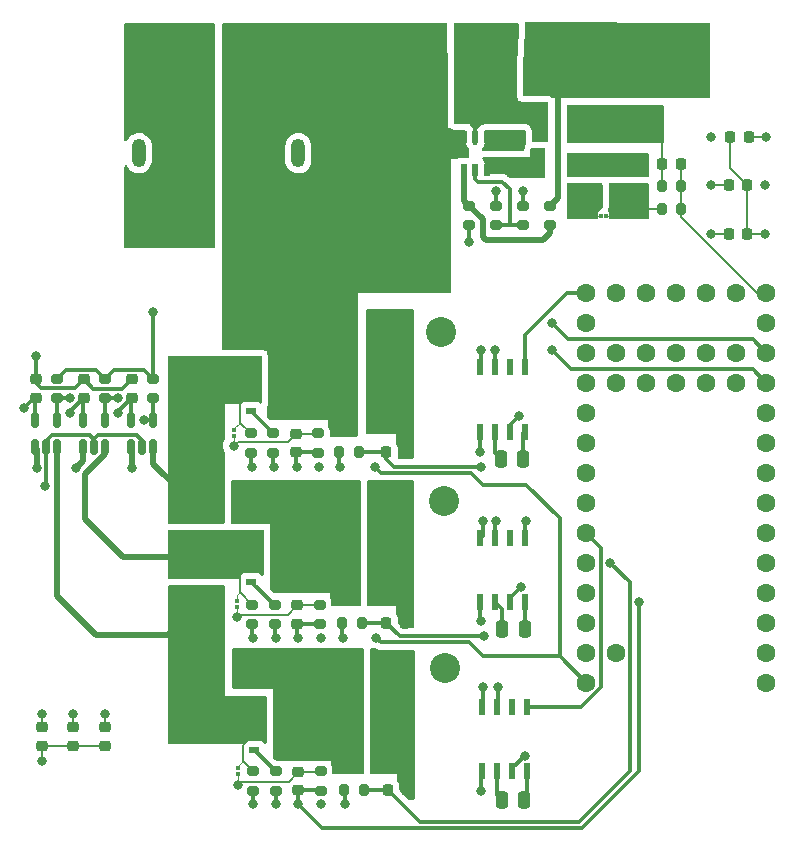
<source format=gbr>
%TF.GenerationSoftware,KiCad,Pcbnew,7.0.9*%
%TF.CreationDate,2023-12-30T21:06:32-05:00*%
%TF.ProjectId,esc,6573632e-6b69-4636-9164-5f7063625858,rev?*%
%TF.SameCoordinates,Original*%
%TF.FileFunction,Copper,L1,Top*%
%TF.FilePolarity,Positive*%
%FSLAX46Y46*%
G04 Gerber Fmt 4.6, Leading zero omitted, Abs format (unit mm)*
G04 Created by KiCad (PCBNEW 7.0.9) date 2023-12-30 21:06:32*
%MOMM*%
%LPD*%
G01*
G04 APERTURE LIST*
G04 Aperture macros list*
%AMRoundRect*
0 Rectangle with rounded corners*
0 $1 Rounding radius*
0 $2 $3 $4 $5 $6 $7 $8 $9 X,Y pos of 4 corners*
0 Add a 4 corners polygon primitive as box body*
4,1,4,$2,$3,$4,$5,$6,$7,$8,$9,$2,$3,0*
0 Add four circle primitives for the rounded corners*
1,1,$1+$1,$2,$3*
1,1,$1+$1,$4,$5*
1,1,$1+$1,$6,$7*
1,1,$1+$1,$8,$9*
0 Add four rect primitives between the rounded corners*
20,1,$1+$1,$2,$3,$4,$5,0*
20,1,$1+$1,$4,$5,$6,$7,0*
20,1,$1+$1,$6,$7,$8,$9,0*
20,1,$1+$1,$8,$9,$2,$3,0*%
G04 Aperture macros list end*
%TA.AperFunction,SMDPad,CuDef*%
%ADD10R,0.533400X1.460500*%
%TD*%
%TA.AperFunction,SMDPad,CuDef*%
%ADD11R,0.558800X1.003300*%
%TD*%
%TA.AperFunction,SMDPad,CuDef*%
%ADD12R,2.514600X3.251200*%
%TD*%
%TA.AperFunction,ComponentPad*%
%ADD13R,2.300000X2.300000*%
%TD*%
%TA.AperFunction,ComponentPad*%
%ADD14C,2.300000*%
%TD*%
%TA.AperFunction,SMDPad,CuDef*%
%ADD15RoundRect,0.218750X0.256250X-0.218750X0.256250X0.218750X-0.256250X0.218750X-0.256250X-0.218750X0*%
%TD*%
%TA.AperFunction,SMDPad,CuDef*%
%ADD16RoundRect,0.218750X0.218750X0.256250X-0.218750X0.256250X-0.218750X-0.256250X0.218750X-0.256250X0*%
%TD*%
%TA.AperFunction,SMDPad,CuDef*%
%ADD17RoundRect,0.218750X-0.218750X-0.256250X0.218750X-0.256250X0.218750X0.256250X-0.218750X0.256250X0*%
%TD*%
%TA.AperFunction,SMDPad,CuDef*%
%ADD18RoundRect,0.150000X0.150000X-0.512500X0.150000X0.512500X-0.150000X0.512500X-0.150000X-0.512500X0*%
%TD*%
%TA.AperFunction,SMDPad,CuDef*%
%ADD19RoundRect,0.250000X-0.325000X-1.100000X0.325000X-1.100000X0.325000X1.100000X-0.325000X1.100000X0*%
%TD*%
%TA.AperFunction,SMDPad,CuDef*%
%ADD20RoundRect,0.200000X-0.200000X-0.275000X0.200000X-0.275000X0.200000X0.275000X-0.200000X0.275000X0*%
%TD*%
%TA.AperFunction,SMDPad,CuDef*%
%ADD21RoundRect,0.225000X-0.225000X-0.250000X0.225000X-0.250000X0.225000X0.250000X-0.225000X0.250000X0*%
%TD*%
%TA.AperFunction,SMDPad,CuDef*%
%ADD22RoundRect,0.200000X-0.275000X0.200000X-0.275000X-0.200000X0.275000X-0.200000X0.275000X0.200000X0*%
%TD*%
%TA.AperFunction,SMDPad,CuDef*%
%ADD23RoundRect,0.225000X0.225000X0.250000X-0.225000X0.250000X-0.225000X-0.250000X0.225000X-0.250000X0*%
%TD*%
%TA.AperFunction,SMDPad,CuDef*%
%ADD24RoundRect,0.225000X-0.250000X0.225000X-0.250000X-0.225000X0.250000X-0.225000X0.250000X0.225000X0*%
%TD*%
%TA.AperFunction,SMDPad,CuDef*%
%ADD25RoundRect,0.250000X-0.250000X-0.475000X0.250000X-0.475000X0.250000X0.475000X-0.250000X0.475000X0*%
%TD*%
%TA.AperFunction,SMDPad,CuDef*%
%ADD26RoundRect,0.075000X-0.075000X0.125000X-0.075000X-0.125000X0.075000X-0.125000X0.075000X0.125000X0*%
%TD*%
%TA.AperFunction,SMDPad,CuDef*%
%ADD27RoundRect,0.250000X-1.100000X0.325000X-1.100000X-0.325000X1.100000X-0.325000X1.100000X0.325000X0*%
%TD*%
%TA.AperFunction,SMDPad,CuDef*%
%ADD28RoundRect,0.200000X0.275000X-0.200000X0.275000X0.200000X-0.275000X0.200000X-0.275000X-0.200000X0*%
%TD*%
%TA.AperFunction,SMDPad,CuDef*%
%ADD29RoundRect,0.075000X0.125000X0.075000X-0.125000X0.075000X-0.125000X-0.075000X0.125000X-0.075000X0*%
%TD*%
%TA.AperFunction,SMDPad,CuDef*%
%ADD30RoundRect,0.200000X0.200000X0.275000X-0.200000X0.275000X-0.200000X-0.275000X0.200000X-0.275000X0*%
%TD*%
%TA.AperFunction,SMDPad,CuDef*%
%ADD31RoundRect,0.250000X-0.475000X0.250000X-0.475000X-0.250000X0.475000X-0.250000X0.475000X0.250000X0*%
%TD*%
%TA.AperFunction,SMDPad,CuDef*%
%ADD32RoundRect,0.225000X0.250000X-0.225000X0.250000X0.225000X-0.250000X0.225000X-0.250000X-0.225000X0*%
%TD*%
%TA.AperFunction,SMDPad,CuDef*%
%ADD33R,0.850000X0.500000*%
%TD*%
%TA.AperFunction,SMDPad,CuDef*%
%ADD34R,4.550000X4.410000*%
%TD*%
%TA.AperFunction,ComponentPad*%
%ADD35R,3.716000X3.716000*%
%TD*%
%TA.AperFunction,ComponentPad*%
%ADD36C,3.716000*%
%TD*%
%TA.AperFunction,ComponentPad*%
%ADD37O,1.200000X2.400000*%
%TD*%
%TA.AperFunction,ComponentPad*%
%ADD38C,1.600000*%
%TD*%
%TA.AperFunction,SMDPad,CuDef*%
%ADD39RoundRect,0.250000X0.475000X-0.250000X0.475000X0.250000X-0.475000X0.250000X-0.475000X-0.250000X0*%
%TD*%
%TA.AperFunction,ViaPad*%
%ADD40C,0.800000*%
%TD*%
%TA.AperFunction,ViaPad*%
%ADD41C,2.540000*%
%TD*%
%TA.AperFunction,Conductor*%
%ADD42C,0.300000*%
%TD*%
%TA.AperFunction,Conductor*%
%ADD43C,0.100000*%
%TD*%
%TA.AperFunction,Conductor*%
%ADD44C,0.200000*%
%TD*%
%TA.AperFunction,Conductor*%
%ADD45C,0.500000*%
%TD*%
G04 APERTURE END LIST*
D10*
%TO.P,U401,1,VDD*%
%TO.N,VCC*%
X80250207Y-95596694D03*
%TO.P,U401,2,HB*%
%TO.N,Net-(U401-HB)*%
X81520207Y-95596694D03*
%TO.P,U401,3,HO*%
%TO.N,Net-(U401-HO)*%
X82790207Y-95596694D03*
%TO.P,U401,4,HS*%
%TO.N,Net-(U401-HS)*%
X84060207Y-95596694D03*
%TO.P,U401,5,PWM*%
%TO.N,PWM_C*%
X84060207Y-90148394D03*
%TO.P,U401,6,NC*%
%TO.N,unconnected-(U401-NC-Pad6)*%
X82790207Y-90148394D03*
%TO.P,U401,7,VSS*%
%TO.N,GND*%
X81520207Y-90148394D03*
%TO.P,U401,8,LO*%
%TO.N,Net-(U401-LO)*%
X80250207Y-90148394D03*
%TD*%
%TO.P,U301,1,VDD*%
%TO.N,VCC*%
X80299207Y-110043844D03*
%TO.P,U301,2,HB*%
%TO.N,Net-(U301-HB)*%
X81569207Y-110043844D03*
%TO.P,U301,3,HO*%
%TO.N,Net-(U301-HO)*%
X82839207Y-110043844D03*
%TO.P,U301,4,HS*%
%TO.N,Net-(U301-HS)*%
X84109207Y-110043844D03*
%TO.P,U301,5,PWM*%
%TO.N,PWM_B*%
X84109207Y-104595544D03*
%TO.P,U301,6,NC*%
%TO.N,unconnected-(U301-NC-Pad6)*%
X82839207Y-104595544D03*
%TO.P,U301,7,VSS*%
%TO.N,GND*%
X81569207Y-104595544D03*
%TO.P,U301,8,LO*%
%TO.N,Net-(U301-LO)*%
X80299207Y-104595544D03*
%TD*%
%TO.P,U201,1,VDD*%
%TO.N,VCC*%
X80463207Y-124338594D03*
%TO.P,U201,2,HB*%
%TO.N,Net-(U201-HB)*%
X81733207Y-124338594D03*
%TO.P,U201,3,HO*%
%TO.N,Net-(U201-HO)*%
X83003207Y-124338594D03*
%TO.P,U201,4,HS*%
%TO.N,Net-(U201-HS)*%
X84273207Y-124338594D03*
%TO.P,U201,5,PWM*%
%TO.N,PWM_A*%
X84273207Y-118890294D03*
%TO.P,U201,6,NC*%
%TO.N,unconnected-(U201-NC-Pad6)*%
X83003207Y-118890294D03*
%TO.P,U201,7,VSS*%
%TO.N,GND*%
X81733207Y-118890294D03*
%TO.P,U201,8,LO*%
%TO.N,Net-(U201-LO)*%
X80463207Y-118890294D03*
%TD*%
D11*
%TO.P,U101,1,GND*%
%TO.N,GND*%
X80834996Y-70643513D03*
%TO.P,U101,2,SW*%
%TO.N,Net-(U101-SW)*%
X79884995Y-70643513D03*
%TO.P,U101,3,VIN*%
%TO.N,VCC*%
X78934994Y-70643513D03*
%TO.P,U101,4,FB*%
%TO.N,Net-(U101-FB)*%
X78934994Y-73399413D03*
%TO.P,U101,5,EN*%
%TO.N,Net-(U101-EN)*%
X79884995Y-73399413D03*
%TO.P,U101,6,CB*%
%TO.N,Net-(U101-CB)*%
X80834996Y-73399413D03*
%TD*%
D12*
%TO.P,L101,1,1*%
%TO.N,+5V*%
X85198000Y-65532000D03*
%TO.P,L101,2,2*%
%TO.N,Net-(U101-SW)*%
X79610000Y-65532000D03*
%TD*%
D13*
%TO.P,J102,1,1*%
%TO.N,PHASE_A*%
X56277720Y-110358543D03*
D14*
%TO.P,J102,2,2*%
%TO.N,PHASE_B*%
X56277720Y-106158544D03*
%TO.P,J102,3,3*%
%TO.N,PHASE_C*%
X56277720Y-101958545D03*
%TD*%
D15*
%TO.P,D107,1,K*%
%TO.N,GND*%
X43166207Y-122186044D03*
%TO.P,D107,2,A*%
%TO.N,Net-(D107-A)*%
X43166207Y-120611044D03*
%TD*%
%TO.P,D106,1,K*%
%TO.N,GND*%
X45833207Y-122186044D03*
%TO.P,D106,2,A*%
%TO.N,Net-(D106-A)*%
X45833207Y-120611044D03*
%TD*%
%TO.P,D105,1,K*%
%TO.N,GND*%
X48500207Y-122186044D03*
%TO.P,D105,2,A*%
%TO.N,Net-(D105-A)*%
X48500207Y-120611044D03*
%TD*%
D16*
%TO.P,D104,1,K*%
%TO.N,GND*%
X102912500Y-78867000D03*
%TO.P,D104,2,A*%
%TO.N,Net-(D104-A)*%
X101337500Y-78867000D03*
%TD*%
%TO.P,D103,1,K*%
%TO.N,GND*%
X102912500Y-74676000D03*
%TO.P,D103,2,A*%
%TO.N,Net-(D103-A)*%
X101337500Y-74676000D03*
%TD*%
D17*
%TO.P,D102,1,K*%
%TO.N,GND*%
X101464500Y-70612000D03*
%TO.P,D102,2,A*%
%TO.N,Net-(D102-A)*%
X103039500Y-70612000D03*
%TD*%
D18*
%TO.P,U105,1,-*%
%TO.N,V_NEUTRAL*%
X50725207Y-96882044D03*
%TO.P,U105,2,V-*%
%TO.N,GND*%
X51675207Y-96882044D03*
%TO.P,U105,3,+*%
%TO.N,PHASE_C*%
X52625207Y-96882044D03*
%TO.P,U105,4*%
%TO.N,ZERO_C*%
X52625207Y-94607044D03*
%TO.P,U105,5,V+*%
%TO.N,VCC*%
X50725207Y-94607044D03*
%TD*%
D19*
%TO.P,C204,1*%
%TO.N,VCC*%
X68955207Y-119327544D03*
%TO.P,C204,2*%
%TO.N,GND*%
X71905207Y-119327544D03*
%TD*%
D20*
%TO.P,R204,1*%
%TO.N,Net-(U202-OUT)*%
X68777407Y-125906144D03*
%TO.P,R204,2*%
%TO.N,I_SENSE_A*%
X70427407Y-125906144D03*
%TD*%
D21*
%TO.P,C101,1*%
%TO.N,GND*%
X95726000Y-72896875D03*
%TO.P,C101,2*%
%TO.N,VCC_SENSE*%
X97276000Y-72896875D03*
%TD*%
D22*
%TO.P,R205,1*%
%TO.N,PHASE_A*%
X61081207Y-124344544D03*
%TO.P,R205,2*%
%TO.N,V_SENSE_A*%
X61081207Y-125994544D03*
%TD*%
D23*
%TO.P,C206,1*%
%TO.N,GND*%
X74061207Y-125931544D03*
%TO.P,C206,2*%
%TO.N,I_SENSE_A*%
X72511207Y-125931544D03*
%TD*%
D22*
%TO.P,R118,1*%
%TO.N,+3.3V*%
X52564207Y-91109544D03*
%TO.P,R118,2*%
%TO.N,ZERO_C*%
X52564207Y-92759544D03*
%TD*%
D24*
%TO.P,C104,1*%
%TO.N,Net-(U101-SW)*%
X85172600Y-70535800D03*
%TO.P,C104,2*%
%TO.N,Net-(U101-CB)*%
X85172600Y-72085800D03*
%TD*%
D25*
%TO.P,C302,1*%
%TO.N,Net-(U301-HB)*%
X82160207Y-112254544D03*
%TO.P,C302,2*%
%TO.N,Net-(U301-HS)*%
X84060207Y-112254544D03*
%TD*%
D22*
%TO.P,R106,1*%
%TO.N,Net-(U101-FB)*%
X79356000Y-76454000D03*
%TO.P,R106,2*%
%TO.N,GND*%
X79356000Y-78104000D03*
%TD*%
D26*
%TO.P,D201,1,K*%
%TO.N,PHASE_A*%
X59811207Y-124058294D03*
%TO.P,D201,2,A*%
%TO.N,GND*%
X59811207Y-124558294D03*
%TD*%
D27*
%TO.P,C106,1*%
%TO.N,+5V*%
X89135000Y-66392000D03*
%TO.P,C106,2*%
%TO.N,GND*%
X89135000Y-69342000D03*
%TD*%
D19*
%TO.P,C303,1*%
%TO.N,VCC*%
X68869207Y-108825544D03*
%TO.P,C303,2*%
%TO.N,GND*%
X71819207Y-108825544D03*
%TD*%
D28*
%TO.P,R401,1*%
%TO.N,Net-(U401-HO)*%
X62757207Y-97380544D03*
%TO.P,R401,2*%
%TO.N,Net-(Q401-G)*%
X62757207Y-95730544D03*
%TD*%
%TO.P,R301,1*%
%TO.N,Net-(U301-HO)*%
X62900207Y-111897544D03*
%TO.P,R301,2*%
%TO.N,Net-(Q301-G)*%
X62900207Y-110247544D03*
%TD*%
D22*
%TO.P,R405,1*%
%TO.N,PHASE_C*%
X60852207Y-95730544D03*
%TO.P,R405,2*%
%TO.N,V_SENSE_C*%
X60852207Y-97380544D03*
%TD*%
%TO.P,R116,1*%
%TO.N,+3.3V*%
X44436207Y-91109544D03*
%TO.P,R116,2*%
%TO.N,ZERO_A*%
X44436207Y-92759544D03*
%TD*%
D19*
%TO.P,C404,1*%
%TO.N,VCC*%
X68521207Y-94396544D03*
%TO.P,C404,2*%
%TO.N,GND*%
X71471207Y-94396544D03*
%TD*%
D24*
%TO.P,C207,1*%
%TO.N,GND*%
X64891207Y-124394544D03*
%TO.P,C207,2*%
%TO.N,V_SENSE_A*%
X64891207Y-125944544D03*
%TD*%
D28*
%TO.P,R206,1*%
%TO.N,V_SENSE_A*%
X66796207Y-125994544D03*
%TO.P,R206,2*%
%TO.N,GND*%
X66796207Y-124344544D03*
%TD*%
D29*
%TO.P,D101,1,K*%
%TO.N,VCC*%
X90989600Y-77287200D03*
%TO.P,D101,2,A*%
%TO.N,GND*%
X90489600Y-77287200D03*
%TD*%
D26*
%TO.P,D401,1,K*%
%TO.N,PHASE_C*%
X59455207Y-95416544D03*
%TO.P,D401,2,A*%
%TO.N,GND*%
X59455207Y-95916544D03*
%TD*%
D28*
%TO.P,R201,1*%
%TO.N,Net-(U201-HO)*%
X62986207Y-125994544D03*
%TO.P,R201,2*%
%TO.N,Net-(Q201-G)*%
X62986207Y-124344544D03*
%TD*%
%TO.P,R104,1*%
%TO.N,Net-(U101-EN)*%
X81642000Y-78104000D03*
%TO.P,R104,2*%
%TO.N,GND*%
X81642000Y-76454000D03*
%TD*%
D22*
%TO.P,R103,1*%
%TO.N,VCC*%
X83928000Y-76454000D03*
%TO.P,R103,2*%
%TO.N,Net-(U101-EN)*%
X83928000Y-78104000D03*
%TD*%
%TO.P,R105,1*%
%TO.N,+5V*%
X86214000Y-76454000D03*
%TO.P,R105,2*%
%TO.N,Net-(U101-FB)*%
X86214000Y-78104000D03*
%TD*%
D25*
%TO.P,C202,1*%
%TO.N,Net-(U201-HB)*%
X82131207Y-126732544D03*
%TO.P,C202,2*%
%TO.N,Net-(U201-HS)*%
X84031207Y-126732544D03*
%TD*%
D19*
%TO.P,C304,1*%
%TO.N,VCC*%
X68869207Y-105142544D03*
%TO.P,C304,2*%
%TO.N,GND*%
X71819207Y-105142544D03*
%TD*%
D30*
%TO.P,R102,1*%
%TO.N,VCC_SENSE*%
X97326000Y-74803000D03*
%TO.P,R102,2*%
%TO.N,GND*%
X95676000Y-74803000D03*
%TD*%
D31*
%TO.P,C103,1*%
%TO.N,Net-(C102-Pad2)*%
X89643000Y-73406000D03*
%TO.P,C103,2*%
%TO.N,GND*%
X89643000Y-75306000D03*
%TD*%
D32*
%TO.P,C107,1*%
%TO.N,VCC*%
X42658207Y-92709544D03*
%TO.P,C107,2*%
%TO.N,GND*%
X42658207Y-91159544D03*
%TD*%
D20*
%TO.P,R404,1*%
%TO.N,Net-(U402-OUT)*%
X68346207Y-97317544D03*
%TO.P,R404,2*%
%TO.N,I_SENSE_C*%
X69996207Y-97317544D03*
%TD*%
D25*
%TO.P,C402,1*%
%TO.N,Net-(U401-HB)*%
X82033207Y-97903544D03*
%TO.P,C402,2*%
%TO.N,Net-(U401-HS)*%
X83933207Y-97903544D03*
%TD*%
D23*
%TO.P,C406,1*%
%TO.N,GND*%
X73913207Y-97317544D03*
%TO.P,C406,2*%
%TO.N,I_SENSE_C*%
X72363207Y-97317544D03*
%TD*%
D20*
%TO.P,R304,1*%
%TO.N,Net-(U302-OUT)*%
X68630207Y-111746544D03*
%TO.P,R304,2*%
%TO.N,I_SENSE_B*%
X70280207Y-111746544D03*
%TD*%
D33*
%TO.P,Q301,1,S*%
%TO.N,PHASE_B*%
X60905207Y-104468544D03*
%TO.P,Q301,2,S*%
X60905207Y-105738544D03*
%TO.P,Q301,3,S*%
X60905207Y-107008544D03*
%TO.P,Q301,4,G*%
%TO.N,Net-(Q301-G)*%
X60905207Y-108278544D03*
D34*
%TO.P,Q301,5,D*%
%TO.N,VCC*%
X64855207Y-106373544D03*
%TD*%
D24*
%TO.P,C307,1*%
%TO.N,GND*%
X64805207Y-110297544D03*
%TO.P,C307,2*%
%TO.N,V_SENSE_B*%
X64805207Y-111847544D03*
%TD*%
D22*
%TO.P,R305,1*%
%TO.N,PHASE_B*%
X60995207Y-110247544D03*
%TO.P,R305,2*%
%TO.N,V_SENSE_B*%
X60995207Y-111897544D03*
%TD*%
D32*
%TO.P,C108,1*%
%TO.N,VCC*%
X46722207Y-92709544D03*
%TO.P,C108,2*%
%TO.N,GND*%
X46722207Y-91159544D03*
%TD*%
D33*
%TO.P,Q401,1,S*%
%TO.N,PHASE_C*%
X60864207Y-89990544D03*
%TO.P,Q401,2,S*%
X60864207Y-91260544D03*
%TO.P,Q401,3,S*%
X60864207Y-92530544D03*
%TO.P,Q401,4,G*%
%TO.N,Net-(Q401-G)*%
X60864207Y-93800544D03*
D34*
%TO.P,Q401,5,D*%
%TO.N,VCC*%
X64814207Y-91895544D03*
%TD*%
D35*
%TO.P,J101,1,+*%
%TO.N,VCC*%
X61747000Y-78009000D03*
D36*
%TO.P,J101,2,-*%
%TO.N,GND*%
X54547000Y-78009000D03*
D37*
%TO.P,J101,S1*%
%TO.N,N/C*%
X64897000Y-72009000D03*
%TO.P,J101,S2*%
X51397000Y-72009000D03*
%TD*%
D28*
%TO.P,R306,1*%
%TO.N,V_SENSE_B*%
X66710207Y-111897544D03*
%TO.P,R306,2*%
%TO.N,GND*%
X66710207Y-110247544D03*
%TD*%
D18*
%TO.P,U104,1,-*%
%TO.N,V_NEUTRAL*%
X46661207Y-96882044D03*
%TO.P,U104,2,V-*%
%TO.N,GND*%
X47611207Y-96882044D03*
%TO.P,U104,3,+*%
%TO.N,PHASE_B*%
X48561207Y-96882044D03*
%TO.P,U104,4*%
%TO.N,ZERO_B*%
X48561207Y-94607044D03*
%TO.P,U104,5,V+*%
%TO.N,VCC*%
X46661207Y-94607044D03*
%TD*%
D38*
%TO.P,U103,1,GND*%
%TO.N,GND*%
X104507207Y-116826544D03*
%TO.P,U103,2,0_RX1_CRX2_CS1*%
%TO.N,I_ERROR_A*%
X104507207Y-114286544D03*
%TO.P,U103,3,1_TX1_CTX2_MISO1*%
%TO.N,I_ERROR_B*%
X104507207Y-111746544D03*
%TO.P,U103,4,2_OUT2*%
%TO.N,I_ERROR_C*%
X104507207Y-109206544D03*
%TO.P,U103,5,3_LRCLK2*%
%TO.N,unconnected-(U103-3_LRCLK2-Pad5)*%
X104507207Y-106666544D03*
%TO.P,U103,6,4_BCLK2*%
%TO.N,unconnected-(U103-4_BCLK2-Pad6)*%
X104507207Y-104126544D03*
%TO.P,U103,7,5_IN2*%
%TO.N,unconnected-(U103-5_IN2-Pad7)*%
X104507207Y-101586544D03*
%TO.P,U103,8,6_OUT1D*%
%TO.N,unconnected-(U103-6_OUT1D-Pad8)*%
X104507207Y-99046544D03*
%TO.P,U103,9,7_RX2_OUT1A*%
%TO.N,unconnected-(U103-7_RX2_OUT1A-Pad9)*%
X104507207Y-96506544D03*
%TO.P,U103,10,8_TX2_IN1*%
%TO.N,unconnected-(U103-8_TX2_IN1-Pad10)*%
X104507207Y-93966544D03*
%TO.P,U103,11,9_OUT1C*%
%TO.N,ZERO_C*%
X104507207Y-91426544D03*
%TO.P,U103,12,10_CS_MQSR*%
%TO.N,ZERO_B*%
X104507207Y-88886544D03*
%TO.P,U103,13,11_MOSI_CTX1*%
%TO.N,ZERO_A*%
X104507207Y-86346544D03*
%TO.P,U103,14,12_MISO_MQSL*%
%TO.N,VCC_SENSE*%
X104507207Y-83806544D03*
%TO.P,U103,15,VBAT*%
%TO.N,unconnected-(U103-VBAT-Pad15)*%
X101967207Y-83806544D03*
%TO.P,U103,16,3V3*%
%TO.N,+3.3V*%
X99427207Y-83806544D03*
%TO.P,U103,17,GND*%
%TO.N,GND*%
X96887207Y-83806544D03*
%TO.P,U103,18,PROGRAM*%
%TO.N,unconnected-(U103-PROGRAM-Pad18)*%
X94347207Y-83806544D03*
%TO.P,U103,19,ON_OFF*%
%TO.N,unconnected-(U103-ON_OFF-Pad19)*%
X91807207Y-83806544D03*
%TO.P,U103,20,13_SCK_CRX1_LED*%
%TO.N,PWM_C*%
X89267207Y-83806544D03*
%TO.P,U103,21,14_A0_TX3_SPDIF_OUT*%
%TO.N,I_SENSE_C*%
X89267207Y-86346544D03*
%TO.P,U103,22,15_A1_RX3_SPDIF_IN*%
%TO.N,V_SENSE_C*%
X89267207Y-88886544D03*
%TO.P,U103,23,16_A2_RX4_SCL1*%
%TO.N,unconnected-(U103-16_A2_RX4_SCL1-Pad23)*%
X89267207Y-91426544D03*
%TO.P,U103,24,17_A3_TX4_SDA1*%
%TO.N,PWM_B*%
X89267207Y-93966544D03*
%TO.P,U103,25,18_A4_SDA0*%
%TO.N,I_SENSE_B*%
X89267207Y-96506544D03*
%TO.P,U103,26,19_A5_SCL0*%
%TO.N,V_SENSE_B*%
X89267207Y-99046544D03*
%TO.P,U103,27,20_A6_TX5_LRCLK1*%
%TO.N,unconnected-(U103-20_A6_TX5_LRCLK1-Pad27)*%
X89267207Y-101586544D03*
%TO.P,U103,28,21_A7_RX5_BCLK1*%
%TO.N,PWM_A*%
X89267207Y-104126544D03*
%TO.P,U103,29,22_A8_CTX1*%
%TO.N,I_SENSE_A*%
X89267207Y-106666544D03*
%TO.P,U103,30,23_A9_CRX1_MCLK1*%
%TO.N,V_SENSE_A*%
X89267207Y-109206544D03*
%TO.P,U103,31,3V3*%
%TO.N,+3.3V*%
X89267207Y-111746544D03*
%TO.P,U103,32,GND*%
%TO.N,GND*%
X89267207Y-114286544D03*
%TO.P,U103,33,VIN*%
%TO.N,+5V*%
X89267207Y-116826544D03*
%TO.P,U103,34,VUSB*%
%TO.N,unconnected-(U103-VUSB-Pad34)*%
X91807207Y-114286544D03*
%TO.P,U103,35,24_A10_TX6_SCL2*%
%TO.N,unconnected-(U103-24_A10_TX6_SCL2-Pad35)*%
X91807207Y-88886544D03*
%TO.P,U103,36,25_A11_RX6_SDA2*%
%TO.N,unconnected-(U103-25_A11_RX6_SDA2-Pad36)*%
X91807207Y-91426544D03*
%TO.P,U103,37,26_A12_MOSI1*%
%TO.N,unconnected-(U103-26_A12_MOSI1-Pad37)*%
X94347207Y-88886544D03*
%TO.P,U103,38,27_A13_SCK1*%
%TO.N,unconnected-(U103-27_A13_SCK1-Pad38)*%
X94347207Y-91426544D03*
%TO.P,U103,39,28_RX7*%
%TO.N,unconnected-(U103-28_RX7-Pad39)*%
X96887207Y-88886544D03*
%TO.P,U103,40,29_TX7*%
%TO.N,unconnected-(U103-29_TX7-Pad40)*%
X96887207Y-91426544D03*
%TO.P,U103,41,30_CRX3*%
%TO.N,unconnected-(U103-30_CRX3-Pad41)*%
X99427207Y-88886544D03*
%TO.P,U103,42,31_CTX3*%
%TO.N,unconnected-(U103-31_CTX3-Pad42)*%
X99427207Y-91426544D03*
%TO.P,U103,43,32_OUT1B*%
%TO.N,unconnected-(U103-32_OUT1B-Pad43)*%
X101967207Y-88886544D03*
%TO.P,U103,44,33_MCLK2*%
%TO.N,unconnected-(U103-33_MCLK2-Pad44)*%
X101967207Y-91426544D03*
%TD*%
D23*
%TO.P,C306,1*%
%TO.N,GND*%
X73913207Y-111746544D03*
%TO.P,C306,2*%
%TO.N,I_SENSE_B*%
X72363207Y-111746544D03*
%TD*%
D22*
%TO.P,R117,1*%
%TO.N,+3.3V*%
X48500207Y-91109544D03*
%TO.P,R117,2*%
%TO.N,ZERO_B*%
X48500207Y-92759544D03*
%TD*%
D18*
%TO.P,U102,1,-*%
%TO.N,V_NEUTRAL*%
X42597207Y-96882044D03*
%TO.P,U102,2,V-*%
%TO.N,GND*%
X43547207Y-96882044D03*
%TO.P,U102,3,+*%
%TO.N,PHASE_A*%
X44497207Y-96882044D03*
%TO.P,U102,4*%
%TO.N,ZERO_A*%
X44497207Y-94607044D03*
%TO.P,U102,5,V+*%
%TO.N,VCC*%
X42597207Y-94607044D03*
%TD*%
D19*
%TO.P,C203,1*%
%TO.N,VCC*%
X68953407Y-123035944D03*
%TO.P,C203,2*%
%TO.N,GND*%
X71903407Y-123035944D03*
%TD*%
D28*
%TO.P,R406,1*%
%TO.N,V_SENSE_C*%
X66567207Y-97380544D03*
%TO.P,R406,2*%
%TO.N,GND*%
X66567207Y-95730544D03*
%TD*%
D26*
%TO.P,D301,1,K*%
%TO.N,PHASE_B*%
X59725207Y-109933544D03*
%TO.P,D301,2,A*%
%TO.N,GND*%
X59725207Y-110433544D03*
%TD*%
D20*
%TO.P,R101,1*%
%TO.N,VCC*%
X95676000Y-76708000D03*
%TO.P,R101,2*%
%TO.N,VCC_SENSE*%
X97326000Y-76708000D03*
%TD*%
D19*
%TO.P,C403,1*%
%TO.N,VCC*%
X68521207Y-90713544D03*
%TO.P,C403,2*%
%TO.N,GND*%
X71471207Y-90713544D03*
%TD*%
D39*
%TO.P,C102,1*%
%TO.N,VCC*%
X92005200Y-75306000D03*
%TO.P,C102,2*%
%TO.N,Net-(C102-Pad2)*%
X92005200Y-73406000D03*
%TD*%
D24*
%TO.P,C407,1*%
%TO.N,GND*%
X64662207Y-95780544D03*
%TO.P,C407,2*%
%TO.N,V_SENSE_C*%
X64662207Y-97330544D03*
%TD*%
D33*
%TO.P,Q201,1,S*%
%TO.N,PHASE_A*%
X61118207Y-118692544D03*
%TO.P,Q201,2,S*%
X61118207Y-119962544D03*
%TO.P,Q201,3,S*%
X61118207Y-121232544D03*
%TO.P,Q201,4,G*%
%TO.N,Net-(Q201-G)*%
X61118207Y-122502544D03*
D34*
%TO.P,Q201,5,D*%
%TO.N,VCC*%
X65068207Y-120597544D03*
%TD*%
D32*
%TO.P,C109,1*%
%TO.N,VCC*%
X50786207Y-92709544D03*
%TO.P,C109,2*%
%TO.N,GND*%
X50786207Y-91159544D03*
%TD*%
D27*
%TO.P,C105,1*%
%TO.N,+5V*%
X93072000Y-66370686D03*
%TO.P,C105,2*%
%TO.N,GND*%
X93072000Y-69320686D03*
%TD*%
D40*
%TO.N,Net-(D102-A)*%
X104502000Y-70612000D03*
%TO.N,Net-(D104-A)*%
X99803000Y-78867000D03*
D41*
%TO.N,GND*%
X77202207Y-101459044D03*
D40*
X79356000Y-79502000D03*
X104375000Y-78867000D03*
D41*
X73011207Y-115556544D03*
D40*
X59803207Y-125462544D03*
X81642000Y-75184000D03*
X95377000Y-68580000D03*
X43420207Y-100189544D03*
X59422207Y-96760544D03*
X81520207Y-88632544D03*
X59676207Y-111238544D03*
D41*
X55626000Y-63500000D03*
D40*
X81647207Y-103110544D03*
D41*
X76948207Y-87108544D03*
D40*
X88119000Y-76073000D03*
D41*
X73011207Y-101459544D03*
D40*
X88138000Y-75057000D03*
X83566000Y-71323200D03*
X95377000Y-69596000D03*
D41*
X72630207Y-87108544D03*
D40*
X42658207Y-89140544D03*
X43166207Y-123430544D03*
X81774207Y-117207544D03*
X95358000Y-70612000D03*
X88138000Y-77089000D03*
D41*
X77329207Y-115556544D03*
D40*
X82804000Y-70510400D03*
D41*
X52324000Y-63500000D03*
D40*
%TO.N,VCC*%
X80377207Y-111619544D03*
D41*
X71012000Y-63373000D03*
D40*
X80377207Y-125970544D03*
D41*
X74295000Y-76073000D03*
X68566207Y-101459544D03*
X74300207Y-79361544D03*
D40*
X41642207Y-93585544D03*
D41*
X68693207Y-115556544D03*
D40*
X83928000Y-75184000D03*
D41*
X64408000Y-63373000D03*
D40*
X93961000Y-77089000D03*
D41*
X60946207Y-101459544D03*
D40*
X93980000Y-75057000D03*
D41*
X64883207Y-115556544D03*
X74295000Y-63373000D03*
X61106000Y-63373000D03*
X61073207Y-115556544D03*
D40*
X80250207Y-97268544D03*
D41*
X74295000Y-66548000D03*
D40*
X45579207Y-93966544D03*
X49643207Y-93966544D03*
X93961000Y-76073000D03*
X99803000Y-70612000D03*
D41*
X64756207Y-101459544D03*
X67710000Y-63373000D03*
X74295000Y-72898000D03*
X74295000Y-69723000D03*
D40*
%TO.N,+5V*%
X71360207Y-98538544D03*
D41*
X88881000Y-62611000D03*
X91929000Y-62611000D03*
D40*
X104375000Y-74676000D03*
D41*
X94977000Y-62611000D03*
X98025000Y-62611000D03*
D40*
X71487207Y-113016544D03*
%TO.N,I_SENSE_A*%
X91299207Y-106666544D03*
%TO.N,V_SENSE_A*%
X64883207Y-127113544D03*
X61073207Y-127113544D03*
X93706707Y-109968544D03*
%TO.N,I_SENSE_B*%
X80631207Y-112889544D03*
%TO.N,V_SENSE_B*%
X64883207Y-113029044D03*
X61073207Y-113016544D03*
%TO.N,I_SENSE_C*%
X80377207Y-98539044D03*
%TO.N,V_SENSE_C*%
X64756207Y-98538544D03*
X60946207Y-98538544D03*
%TO.N,+3.3V*%
X52564207Y-85457544D03*
%TO.N,Net-(U201-HO)*%
X84060207Y-123008842D03*
X62986207Y-127113544D03*
%TO.N,Net-(U201-LO)*%
X80504207Y-117207544D03*
X66796207Y-127113544D03*
%TO.N,Net-(U301-HO)*%
X83782535Y-108717100D03*
X62978207Y-113016544D03*
%TO.N,Net-(U301-LO)*%
X80504207Y-103110544D03*
X66788207Y-113016544D03*
%TO.N,Net-(U401-HO)*%
X62851207Y-98538544D03*
X83552207Y-94220544D03*
%TO.N,Net-(U401-LO)*%
X80377207Y-88632544D03*
X66661207Y-98538544D03*
%TO.N,PWM_B*%
X84187207Y-103110544D03*
%TO.N,Net-(D105-A)*%
X48500207Y-119493544D03*
%TO.N,Net-(D106-A)*%
X45833207Y-119493544D03*
%TO.N,Net-(D107-A)*%
X43166207Y-119493544D03*
%TO.N,Net-(D103-A)*%
X99803000Y-74676000D03*
%TO.N,V_NEUTRAL*%
X46087207Y-98665544D03*
X42785207Y-98665544D03*
X50786207Y-98665544D03*
%TO.N,Net-(U202-OUT)*%
X68820207Y-127113544D03*
%TO.N,Net-(U302-OUT)*%
X68693207Y-113016544D03*
%TO.N,Net-(U402-OUT)*%
X68439207Y-98538544D03*
%TO.N,ZERO_A*%
X45579207Y-92696544D03*
%TO.N,ZERO_B*%
X86409707Y-86410044D03*
X49643207Y-92696544D03*
%TO.N,ZERO_C*%
X51802207Y-94601544D03*
X86346207Y-88632044D03*
%TD*%
D42*
%TO.N,+3.3V*%
X52564207Y-85457544D02*
X52564207Y-91109544D01*
D43*
%TO.N,PHASE_C*%
X59455207Y-95311130D02*
X59944000Y-94822337D01*
X59455207Y-95416544D02*
X59455207Y-95311130D01*
%TO.N,GND*%
X59725207Y-111189544D02*
X59676207Y-111238544D01*
X59725207Y-110433544D02*
X59725207Y-111189544D01*
%TO.N,PHASE_B*%
X59725207Y-109415130D02*
X59944000Y-109196337D01*
X59725207Y-109933544D02*
X59725207Y-109415130D01*
%TO.N,PHASE_A*%
X59811207Y-124058294D02*
X59811207Y-123848130D01*
X59811207Y-123848130D02*
X60198000Y-123461337D01*
D44*
%TO.N,PHASE_B*%
X60631456Y-107008544D02*
X60905207Y-107008544D01*
X59944000Y-107696000D02*
X60631456Y-107008544D01*
X59944000Y-109196337D02*
X59944000Y-107696000D01*
X60995207Y-110247544D02*
X59944000Y-109196337D01*
%TO.N,PHASE_C*%
X60631456Y-92530544D02*
X60864207Y-92530544D01*
X59944000Y-93218000D02*
X60631456Y-92530544D01*
X60852207Y-95730544D02*
X59944000Y-94822337D01*
X59944000Y-94822337D02*
X59944000Y-93218000D01*
D43*
%TO.N,GND*%
X59455207Y-96727544D02*
X59422207Y-96760544D01*
X59455207Y-95916544D02*
X59455207Y-96727544D01*
%TO.N,VCC*%
X91495800Y-77287200D02*
X91694000Y-77089000D01*
X90989600Y-77287200D02*
X91495800Y-77287200D01*
%TO.N,GND*%
X90114200Y-77287200D02*
X89916000Y-77089000D01*
X90489600Y-77287200D02*
X90114200Y-77287200D01*
D44*
%TO.N,VCC*%
X94342000Y-76708000D02*
X95676000Y-76708000D01*
X93961000Y-77089000D02*
X94342000Y-76708000D01*
%TO.N,GND*%
X60057207Y-125208544D02*
X59803207Y-125462544D01*
X64891207Y-124394544D02*
X64077207Y-125208544D01*
X64077207Y-125208544D02*
X60057207Y-125208544D01*
D43*
X59811207Y-125454544D02*
X59803207Y-125462544D01*
X59811207Y-124558294D02*
X59811207Y-125454544D01*
D44*
%TO.N,PHASE_A*%
X60198000Y-122152751D02*
X61118207Y-121232544D01*
X60198000Y-123461337D02*
X60198000Y-122152751D01*
X61081207Y-124344544D02*
X60198000Y-123461337D01*
%TO.N,Net-(D102-A)*%
X103039500Y-70612000D02*
X104502000Y-70612000D01*
%TO.N,Net-(D104-A)*%
X99803000Y-78867000D02*
X101337500Y-78867000D01*
%TO.N,Net-(D103-A)*%
X99803000Y-74676000D02*
X101337500Y-74676000D01*
%TO.N,GND*%
X101464500Y-73228000D02*
X102912500Y-74676000D01*
X101464500Y-70612000D02*
X101464500Y-73228000D01*
X102912500Y-78867000D02*
X102912500Y-74676000D01*
X104375000Y-78867000D02*
X102912500Y-78867000D01*
%TO.N,Net-(D105-A)*%
X48500207Y-120611044D02*
X48500207Y-119493544D01*
%TO.N,Net-(D106-A)*%
X45833207Y-120611044D02*
X45833207Y-119493544D01*
%TO.N,GND*%
X45833207Y-122186044D02*
X48500207Y-122186044D01*
X43166207Y-122186044D02*
X45833207Y-122186044D01*
X43166207Y-123430544D02*
X43166207Y-122186044D01*
%TO.N,Net-(D107-A)*%
X43166207Y-120611044D02*
X43166207Y-119493544D01*
D42*
%TO.N,GND*%
X81569207Y-103188544D02*
X81647207Y-103110544D01*
D44*
X59422207Y-96760544D02*
X59752207Y-96430544D01*
X95676000Y-70930000D02*
X95358000Y-70612000D01*
D42*
X42658207Y-91159544D02*
X42658207Y-89140544D01*
X47228207Y-95869544D02*
X47611207Y-96252544D01*
X47611207Y-96219545D02*
X47961208Y-95869544D01*
D44*
X63991207Y-111111544D02*
X64805207Y-110297544D01*
X59752207Y-96430544D02*
X64012207Y-96430544D01*
D42*
X51211207Y-95869544D02*
X51675207Y-96333544D01*
X79356000Y-78105000D02*
X79356000Y-79502000D01*
X43547207Y-100062544D02*
X43420207Y-100189544D01*
X42658207Y-91426544D02*
X43091207Y-91859544D01*
X81520207Y-88632544D02*
X81520207Y-90148394D01*
D44*
X64012207Y-96430544D02*
X64662207Y-95780544D01*
D42*
X81774207Y-118849294D02*
X81733207Y-118890294D01*
D44*
X64891207Y-124394544D02*
X66746207Y-124394544D01*
D42*
X81774207Y-117207544D02*
X81774207Y-118849294D01*
X43091207Y-91859544D02*
X46022207Y-91859544D01*
D44*
X59676207Y-111238544D02*
X59803207Y-111111544D01*
D42*
X81642000Y-75184000D02*
X81642000Y-76454000D01*
X49999207Y-91946544D02*
X50786207Y-91159544D01*
X79356000Y-78104000D02*
X79356000Y-78105000D01*
D44*
X66746207Y-124394544D02*
X66796207Y-124344544D01*
D42*
X42658207Y-91159544D02*
X42658207Y-91426544D01*
X47509207Y-91946544D02*
X49999207Y-91946544D01*
X46722207Y-91159544D02*
X47509207Y-91946544D01*
D44*
X66517207Y-95780544D02*
X66567207Y-95730544D01*
D42*
X51675207Y-96333544D02*
X51675207Y-96882044D01*
D44*
X64805207Y-110297544D02*
X66660207Y-110297544D01*
D42*
X43547207Y-96882044D02*
X43547207Y-100062544D01*
X43674207Y-96882044D02*
X43674207Y-96219545D01*
D44*
X64662207Y-95780544D02*
X66517207Y-95780544D01*
D42*
X47611207Y-96882044D02*
X47611207Y-96219545D01*
X46022207Y-91859544D02*
X46722207Y-91159544D01*
D44*
X59803207Y-111111544D02*
X63991207Y-111111544D01*
D42*
X81569207Y-104595544D02*
X81569207Y-103188544D01*
X47611207Y-96252544D02*
X47611207Y-96882044D01*
X43674207Y-96219545D02*
X44024208Y-95869544D01*
D44*
X95676000Y-74803000D02*
X95676000Y-70930000D01*
D42*
X44024208Y-95869544D02*
X47228207Y-95869544D01*
D44*
X66660207Y-110297544D02*
X66710207Y-110247544D01*
D42*
X47961208Y-95869544D02*
X51211207Y-95869544D01*
D44*
%TO.N,VCC_SENSE*%
X97276000Y-76658000D02*
X97326000Y-76708000D01*
X97276000Y-72896875D02*
X97276000Y-76658000D01*
X97326000Y-77379950D02*
X103752594Y-83806544D01*
X97326000Y-76708000D02*
X97326000Y-77379950D01*
X103752594Y-83806544D02*
X104507207Y-83806544D01*
D42*
%TO.N,VCC*%
X42597207Y-94607044D02*
X42597207Y-92770544D01*
X46661207Y-92770544D02*
X46722207Y-92709544D01*
X80299207Y-111541544D02*
X80377207Y-111619544D01*
X45579207Y-93852544D02*
X46722207Y-92709544D01*
X45579207Y-93966544D02*
X45579207Y-93852544D01*
X50725207Y-92770544D02*
X50786207Y-92709544D01*
D45*
X42658207Y-92709544D02*
X42518207Y-92709544D01*
D42*
X83928000Y-75184000D02*
X83928000Y-76454000D01*
X49643207Y-93852544D02*
X50786207Y-92709544D01*
X80377207Y-124424594D02*
X80463207Y-124338594D01*
X50725207Y-94607044D02*
X50725207Y-92770544D01*
X80250207Y-95596694D02*
X80250207Y-97268544D01*
X42518207Y-92709544D02*
X41642207Y-93585544D01*
X80377207Y-125970544D02*
X80377207Y-124424594D01*
X80299207Y-110043844D02*
X80299207Y-111541544D01*
X46661207Y-94607044D02*
X46661207Y-92770544D01*
X49643207Y-93966544D02*
X49643207Y-93852544D01*
X42597207Y-92770544D02*
X42658207Y-92709544D01*
%TO.N,+5V*%
X80567707Y-114604044D02*
X87044707Y-114604044D01*
X79488207Y-99046544D02*
X80504207Y-100062544D01*
X87044707Y-114604044D02*
X89267207Y-116826544D01*
X71360207Y-98538544D02*
X71868207Y-99046544D01*
X71487207Y-113016544D02*
X71868207Y-113397544D01*
X87044707Y-102920044D02*
X87044707Y-114604044D01*
X71868207Y-113397544D02*
X79361207Y-113397544D01*
X71868207Y-99046544D02*
X79488207Y-99046544D01*
X79361207Y-113397544D02*
X80567707Y-114604044D01*
X84187207Y-100062544D02*
X87044707Y-102920044D01*
X80504207Y-100062544D02*
X84187207Y-100062544D01*
D45*
X86214000Y-76454000D02*
X86849000Y-75819000D01*
X86849000Y-75819000D02*
X86849000Y-67183000D01*
X86849000Y-67183000D02*
X85198000Y-65532000D01*
D42*
%TO.N,Net-(U201-HB)*%
X81731614Y-124340187D02*
X81733207Y-124338594D01*
X81731614Y-126332951D02*
X81731614Y-124340187D01*
X82131207Y-126732544D02*
X81731614Y-126332951D01*
%TO.N,Net-(U201-HS)*%
X84265177Y-126498574D02*
X84265177Y-124346624D01*
X84031207Y-126732544D02*
X84265177Y-126498574D01*
X84265177Y-124346624D02*
X84273207Y-124338594D01*
%TO.N,I_SENSE_A*%
X70427407Y-125906144D02*
X72485807Y-125906144D01*
X72511207Y-125931544D02*
X75217207Y-128637544D01*
X92957207Y-108324544D02*
X91299207Y-106666544D01*
X75217207Y-128637544D02*
X88632207Y-128637544D01*
X72485807Y-125906144D02*
X72511207Y-125931544D01*
X92957207Y-124312544D02*
X92957207Y-108324544D01*
X88632207Y-128637544D02*
X92957207Y-124312544D01*
%TO.N,V_SENSE_A*%
X93706707Y-109968544D02*
X93706707Y-124325044D01*
X88894207Y-129137544D02*
X66907207Y-129137544D01*
X93706707Y-124325044D02*
X88894207Y-129137544D01*
X64883207Y-127113544D02*
X64891207Y-127105544D01*
X64891207Y-125944544D02*
X66746207Y-125944544D01*
X66746207Y-125944544D02*
X66796207Y-125994544D01*
X64891207Y-127105544D02*
X64891207Y-125944544D01*
X61081207Y-127105544D02*
X61073207Y-127113544D01*
X66907207Y-129137544D02*
X64883207Y-127113544D01*
X61081207Y-125994544D02*
X61081207Y-127105544D01*
%TO.N,Net-(U301-HB)*%
X82160207Y-112254544D02*
X82160207Y-110634844D01*
X82160207Y-110634844D02*
X81569207Y-110043844D01*
%TO.N,Net-(U301-HS)*%
X84060207Y-110092844D02*
X84109207Y-110043844D01*
X84060207Y-112254544D02*
X84060207Y-110092844D01*
%TO.N,I_SENSE_B*%
X70280207Y-111746544D02*
X72363207Y-111746544D01*
X80631207Y-112889544D02*
X80623207Y-112897544D01*
X80623207Y-112897544D02*
X73514207Y-112897544D01*
X73514207Y-112897544D02*
X72363207Y-111746544D01*
%TO.N,V_SENSE_B*%
X64805207Y-111847544D02*
X64805207Y-112951044D01*
X64805207Y-111847544D02*
X66660207Y-111847544D01*
X66660207Y-111847544D02*
X66710207Y-111897544D01*
X60995207Y-112938544D02*
X61073207Y-113016544D01*
X64805207Y-112951044D02*
X64883207Y-113029044D01*
X60995207Y-111897544D02*
X60995207Y-112938544D01*
%TO.N,Net-(U401-HB)*%
X81520207Y-95596694D02*
X81520207Y-97390544D01*
X81520207Y-97390544D02*
X82033207Y-97903544D01*
%TO.N,Net-(U401-HS)*%
X83933207Y-97903544D02*
X83933207Y-95723694D01*
X83933207Y-95723694D02*
X84060207Y-95596694D01*
%TO.N,I_SENSE_C*%
X80376707Y-98538544D02*
X73011207Y-98538544D01*
X80377207Y-98539044D02*
X80376707Y-98538544D01*
X69996207Y-97317544D02*
X72363207Y-97317544D01*
X72363207Y-97890544D02*
X72363207Y-97317544D01*
X73011207Y-98538544D02*
X72363207Y-97890544D01*
%TO.N,V_SENSE_C*%
X64662207Y-98444544D02*
X64756207Y-98538544D01*
X60852207Y-98444544D02*
X60946207Y-98538544D01*
X60852207Y-97380544D02*
X60852207Y-98444544D01*
X64662207Y-97330544D02*
X64662207Y-98444544D01*
X66517207Y-97330544D02*
X66567207Y-97380544D01*
X64662207Y-97330544D02*
X66517207Y-97330544D01*
D45*
%TO.N,PHASE_A*%
X47738207Y-112762544D02*
X44497207Y-109521544D01*
X53873719Y-112762544D02*
X47738207Y-112762544D01*
X56277720Y-110358543D02*
X53873719Y-112762544D01*
X44497207Y-109521544D02*
X44497207Y-96882044D01*
%TO.N,PHASE_B*%
X50024207Y-106158544D02*
X46849207Y-102983544D01*
X46849207Y-99159228D02*
X48561207Y-97447228D01*
X46849207Y-102983544D02*
X46849207Y-99159228D01*
X48561207Y-97447228D02*
X48561207Y-96882044D01*
X56277720Y-106158544D02*
X50024207Y-106158544D01*
%TO.N,PHASE_C*%
X56277720Y-101958545D02*
X52625207Y-98306032D01*
X52625207Y-98306032D02*
X52625207Y-96882044D01*
D42*
%TO.N,Net-(U101-EN)*%
X79884995Y-73399413D02*
X79884995Y-74201063D01*
X83928000Y-78105000D02*
X83927000Y-78104000D01*
X82785000Y-78104000D02*
X81642000Y-78104000D01*
X80105932Y-74422000D02*
X82150000Y-74422000D01*
X82785000Y-75057000D02*
X82785000Y-78104000D01*
X83927000Y-78104000D02*
X82785000Y-78104000D01*
X82150000Y-74422000D02*
X82785000Y-75057000D01*
X83928000Y-78104000D02*
X83928000Y-78105000D01*
X79884995Y-74201063D02*
X80105932Y-74422000D01*
D45*
%TO.N,Net-(U101-FB)*%
X80753000Y-79375000D02*
X80499000Y-79121000D01*
X79356000Y-76454000D02*
X78934994Y-76032994D01*
X80499000Y-79121000D02*
X80499000Y-77597000D01*
X80499000Y-77597000D02*
X79356000Y-76454000D01*
X78934994Y-76032994D02*
X78934994Y-73399413D01*
X86214000Y-78740000D02*
X85579000Y-79375000D01*
X85579000Y-79375000D02*
X80753000Y-79375000D01*
X86214000Y-78104000D02*
X86214000Y-78740000D01*
D42*
%TO.N,+3.3V*%
X45186207Y-90359544D02*
X47750207Y-90359544D01*
X48500207Y-91109544D02*
X49250207Y-90359544D01*
X51814207Y-90359544D02*
X52564207Y-91109544D01*
X49250207Y-90359544D02*
X51814207Y-90359544D01*
X47750207Y-90359544D02*
X48500207Y-91109544D01*
X44436207Y-91109544D02*
X45186207Y-90359544D01*
%TO.N,Net-(U201-HO)*%
X62986207Y-127113544D02*
X62986207Y-125994544D01*
X83003207Y-124065842D02*
X83003207Y-124338594D01*
X84060207Y-123008842D02*
X83003207Y-124065842D01*
%TO.N,Net-(U201-LO)*%
X80504207Y-117207544D02*
X80504207Y-118849294D01*
X80504207Y-118849294D02*
X80463207Y-118890294D01*
%TO.N,Net-(U301-HO)*%
X62900207Y-111897544D02*
X62900207Y-112938544D01*
X82839207Y-109660428D02*
X82839207Y-110043844D01*
X62900207Y-112938544D02*
X62978207Y-113016544D01*
X83782535Y-108717100D02*
X82839207Y-109660428D01*
%TO.N,Net-(U301-LO)*%
X80504207Y-104390544D02*
X80299207Y-104595544D01*
X80504207Y-103110544D02*
X80504207Y-104390544D01*
%TO.N,Net-(U401-HO)*%
X83552207Y-94220544D02*
X82790207Y-94982544D01*
X62757207Y-97380544D02*
X62757207Y-98444544D01*
X82790207Y-94982544D02*
X82790207Y-95596694D01*
X62757207Y-98444544D02*
X62851207Y-98538544D01*
%TO.N,Net-(U401-LO)*%
X80377207Y-88632544D02*
X80377207Y-90021394D01*
X80377207Y-90021394D02*
X80250207Y-90148394D01*
%TO.N,PWM_A*%
X90537207Y-117182890D02*
X90537207Y-105396544D01*
X84273207Y-118890294D02*
X88829803Y-118890294D01*
X90537207Y-105396544D02*
X89267207Y-104126544D01*
X88829803Y-118890294D02*
X90537207Y-117182890D01*
%TO.N,PWM_B*%
X84109207Y-104595544D02*
X84109207Y-103188544D01*
X84109207Y-103188544D02*
X84187207Y-103110544D01*
%TO.N,PWM_C*%
X87616207Y-83806544D02*
X89267207Y-83806544D01*
X84060207Y-87362544D02*
X87616207Y-83806544D01*
X84060207Y-90148394D02*
X84060207Y-87362544D01*
%TO.N,Net-(Q201-G)*%
X61144207Y-122502544D02*
X62986207Y-124344544D01*
X61118207Y-122502544D02*
X61144207Y-122502544D01*
%TO.N,Net-(Q301-G)*%
X60931207Y-108278544D02*
X62900207Y-110247544D01*
X60905207Y-108278544D02*
X60931207Y-108278544D01*
%TO.N,Net-(Q401-G)*%
X60864207Y-93800544D02*
X60864207Y-93837544D01*
X60864207Y-93837544D02*
X62757207Y-95730544D01*
D45*
%TO.N,V_NEUTRAL*%
X50786207Y-98665544D02*
X50786207Y-96943044D01*
X42785207Y-97070044D02*
X42597207Y-96882044D01*
X46661207Y-98091544D02*
X46087207Y-98665544D01*
X50786207Y-96943044D02*
X50725207Y-96882044D01*
X42785207Y-98665544D02*
X42785207Y-97070044D01*
X46661207Y-96882044D02*
X46661207Y-98091544D01*
D42*
%TO.N,Net-(U202-OUT)*%
X68820207Y-125948944D02*
X68777407Y-125906144D01*
X68820207Y-127113544D02*
X68820207Y-125948944D01*
%TO.N,Net-(U302-OUT)*%
X68630207Y-112953544D02*
X68693207Y-113016544D01*
X68630207Y-111746544D02*
X68630207Y-112953544D01*
%TO.N,Net-(U402-OUT)*%
X68346207Y-97317544D02*
X68346207Y-98445544D01*
X68346207Y-98445544D02*
X68439207Y-98538544D01*
%TO.N,ZERO_A*%
X45579207Y-92696544D02*
X45516207Y-92759544D01*
X44497207Y-94607044D02*
X44497207Y-92820544D01*
X44497207Y-92820544D02*
X44436207Y-92759544D01*
X45516207Y-92759544D02*
X44436207Y-92759544D01*
%TO.N,ZERO_B*%
X48561207Y-92820544D02*
X48500207Y-92759544D01*
X48561207Y-94607044D02*
X48561207Y-92820544D01*
X87736207Y-87736544D02*
X103357207Y-87736544D01*
X103357207Y-87736544D02*
X104507207Y-88886544D01*
X49580207Y-92759544D02*
X48500207Y-92759544D01*
X49643207Y-92696544D02*
X49580207Y-92759544D01*
X86409707Y-86410044D02*
X87736207Y-87736544D01*
%TO.N,ZERO_C*%
X52625207Y-92820544D02*
X52564207Y-92759544D01*
X52625207Y-94607044D02*
X52625207Y-92820544D01*
X86346207Y-88632044D02*
X87990707Y-90276544D01*
X51807707Y-94607044D02*
X51802207Y-94601544D01*
X52564207Y-92759544D02*
X52882207Y-92759544D01*
X103357207Y-90276544D02*
X104507207Y-91426544D01*
X52625207Y-94607044D02*
X51807707Y-94607044D01*
X87990707Y-90276544D02*
X103357207Y-90276544D01*
%TD*%
%TA.AperFunction,Conductor*%
%TO.N,GND*%
G36*
X84099639Y-70047485D02*
G01*
X84145394Y-70100289D01*
X84156600Y-70151800D01*
X84156600Y-71260862D01*
X84136915Y-71327901D01*
X84136761Y-71328106D01*
X84132033Y-71335463D01*
X84072263Y-71466337D01*
X84052578Y-71533375D01*
X84052576Y-71533380D01*
X84032100Y-71675801D01*
X84032100Y-71684300D01*
X84012415Y-71751339D01*
X83959611Y-71797094D01*
X83908100Y-71808300D01*
X80597600Y-71808300D01*
X80530561Y-71788615D01*
X80484806Y-71735811D01*
X80473600Y-71684300D01*
X80473600Y-71600966D01*
X80493285Y-71533927D01*
X80516105Y-71509415D01*
X80515670Y-71508980D01*
X80521937Y-71502711D01*
X80521941Y-71502709D01*
X80608191Y-71387494D01*
X80658486Y-71252646D01*
X80664895Y-71193036D01*
X80664894Y-70151799D01*
X80684578Y-70084761D01*
X80737382Y-70039006D01*
X80788894Y-70027800D01*
X84032600Y-70027800D01*
X84099639Y-70047485D01*
G37*
%TD.AperFunction*%
%TD*%
%TA.AperFunction,Conductor*%
%TO.N,GND*%
G36*
X74605246Y-85223229D02*
G01*
X74651001Y-85276033D01*
X74662207Y-85327544D01*
X74662207Y-97764044D01*
X74642522Y-97831083D01*
X74589718Y-97876838D01*
X74538207Y-97888044D01*
X73418018Y-97888044D01*
X73350979Y-97868359D01*
X73305224Y-97815555D01*
X73295280Y-97746397D01*
X73300312Y-97725041D01*
X73303556Y-97715252D01*
X73313707Y-97615889D01*
X73313706Y-97019200D01*
X73303556Y-96919836D01*
X73250210Y-96758847D01*
X73250206Y-96758841D01*
X73250205Y-96758838D01*
X73157384Y-96608353D01*
X73159903Y-96606799D01*
X73138795Y-96554416D01*
X73138207Y-96542351D01*
X73138207Y-95744544D01*
X70722207Y-95744544D01*
X70655168Y-95724859D01*
X70609413Y-95672055D01*
X70598207Y-95620544D01*
X70598207Y-85327544D01*
X70617892Y-85260505D01*
X70670696Y-85214750D01*
X70722207Y-85203544D01*
X74538207Y-85203544D01*
X74605246Y-85223229D01*
G37*
%TD.AperFunction*%
%TD*%
%TA.AperFunction,Conductor*%
%TO.N,GND*%
G36*
X71351206Y-113908254D02*
G01*
X71359639Y-113910046D01*
X71392561Y-113917044D01*
X71431061Y-113917044D01*
X71490794Y-113932380D01*
X71501407Y-113938214D01*
X71517677Y-113948901D01*
X71534439Y-113961904D01*
X71534442Y-113961905D01*
X71534443Y-113961906D01*
X71579030Y-113981200D01*
X71584266Y-113983765D01*
X71626839Y-114007171D01*
X71642547Y-114011203D01*
X71647393Y-114012448D01*
X71665805Y-114018751D01*
X71685280Y-114027179D01*
X71733278Y-114034781D01*
X71738947Y-114035955D01*
X71786030Y-114048044D01*
X71807258Y-114048044D01*
X71826655Y-114049570D01*
X71847610Y-114052889D01*
X71847611Y-114052890D01*
X71847611Y-114052889D01*
X71847612Y-114052890D01*
X71895968Y-114048319D01*
X71901806Y-114048044D01*
X74665207Y-114048044D01*
X74732246Y-114067729D01*
X74778001Y-114120533D01*
X74789207Y-114172044D01*
X74789207Y-126608544D01*
X74769522Y-126675583D01*
X74716718Y-126721338D01*
X74665207Y-126732544D01*
X74283515Y-126732544D01*
X74216476Y-126712859D01*
X74195834Y-126696225D01*
X73498025Y-125998416D01*
X73464540Y-125937093D01*
X73461706Y-125910735D01*
X73461706Y-125633206D01*
X73461705Y-125633188D01*
X73451556Y-125533836D01*
X73451555Y-125533833D01*
X73441652Y-125503948D01*
X73398210Y-125372847D01*
X73398206Y-125372841D01*
X73398205Y-125372838D01*
X73309177Y-125228503D01*
X73309174Y-125228499D01*
X73301526Y-125220851D01*
X73268041Y-125159528D01*
X73265207Y-125133170D01*
X73265207Y-124573544D01*
X71100707Y-124573544D01*
X71033668Y-124553859D01*
X70987913Y-124501055D01*
X70976707Y-124449544D01*
X70976707Y-114029544D01*
X70996392Y-113962505D01*
X71049196Y-113916750D01*
X71100707Y-113905544D01*
X71325426Y-113905544D01*
X71351206Y-113908254D01*
G37*
%TD.AperFunction*%
%TD*%
%TA.AperFunction,Conductor*%
%TO.N,PHASE_C*%
G36*
X61778246Y-89160229D02*
G01*
X61824001Y-89213033D01*
X61835207Y-89264544D01*
X61835207Y-93080544D01*
X61815522Y-93147583D01*
X61762718Y-93193338D01*
X61711207Y-93204544D01*
X61703449Y-93204544D01*
X61636410Y-93184859D01*
X61629138Y-93179811D01*
X61531538Y-93106748D01*
X61531535Y-93106746D01*
X61396689Y-93056452D01*
X61396690Y-93056452D01*
X61337090Y-93050045D01*
X61337088Y-93050044D01*
X61337080Y-93050044D01*
X61337071Y-93050044D01*
X60391336Y-93050044D01*
X60391330Y-93050045D01*
X60331723Y-93056452D01*
X60196878Y-93106746D01*
X60196875Y-93106748D01*
X60099276Y-93179811D01*
X60033811Y-93204228D01*
X60024965Y-93204544D01*
X58660207Y-93204544D01*
X58660207Y-96246140D01*
X58643594Y-96308140D01*
X58595028Y-96392258D01*
X58536534Y-96572284D01*
X58536533Y-96572288D01*
X58516747Y-96760544D01*
X58536533Y-96948800D01*
X58536534Y-96948803D01*
X58595025Y-97128821D01*
X58595028Y-97128828D01*
X58643594Y-97212947D01*
X58660207Y-97274946D01*
X58660207Y-103240544D01*
X58640522Y-103307583D01*
X58587718Y-103353338D01*
X58536207Y-103364544D01*
X53958207Y-103364544D01*
X53891168Y-103344859D01*
X53845413Y-103292055D01*
X53834207Y-103240544D01*
X53834207Y-89264544D01*
X53853892Y-89197505D01*
X53906696Y-89151750D01*
X53958207Y-89140544D01*
X61711207Y-89140544D01*
X61778246Y-89160229D01*
G37*
%TD.AperFunction*%
%TD*%
%TA.AperFunction,Conductor*%
%TO.N,PHASE_B*%
G36*
X61907746Y-103892229D02*
G01*
X61953501Y-103945033D01*
X61964707Y-103996544D01*
X61964707Y-107668403D01*
X61945022Y-107735442D01*
X61892218Y-107781197D01*
X61823060Y-107791141D01*
X61759504Y-107762116D01*
X61741441Y-107742715D01*
X61711749Y-107703053D01*
X61687753Y-107670998D01*
X61687751Y-107670997D01*
X61687751Y-107670996D01*
X61572542Y-107584750D01*
X61572535Y-107584746D01*
X61437689Y-107534452D01*
X61437690Y-107534452D01*
X61378090Y-107528045D01*
X61378088Y-107528044D01*
X61378080Y-107528044D01*
X61378071Y-107528044D01*
X60432336Y-107528044D01*
X60432330Y-107528045D01*
X60372723Y-107534452D01*
X60237878Y-107584746D01*
X60237871Y-107584750D01*
X60122662Y-107670996D01*
X60122659Y-107670999D01*
X60036413Y-107786208D01*
X60036409Y-107786215D01*
X59986117Y-107921057D01*
X59986116Y-107921061D01*
X59982703Y-107952801D01*
X59955967Y-108017349D01*
X59898575Y-108057198D01*
X59859415Y-108063544D01*
X53958207Y-108063544D01*
X53891168Y-108043859D01*
X53845413Y-107991055D01*
X53834207Y-107939544D01*
X53834207Y-103996544D01*
X53853892Y-103929505D01*
X53906696Y-103883750D01*
X53958207Y-103872544D01*
X61840707Y-103872544D01*
X61907746Y-103892229D01*
G37*
%TD.AperFunction*%
%TD*%
%TA.AperFunction,Conductor*%
%TO.N,Net-(U101-CB)*%
G36*
X85750639Y-71571485D02*
G01*
X85796394Y-71624289D01*
X85807600Y-71675800D01*
X85807600Y-73967800D01*
X85787915Y-74034839D01*
X85735111Y-74080594D01*
X85683600Y-74091800D01*
X82791108Y-74091800D01*
X82724069Y-74072115D01*
X82703427Y-74055481D01*
X82670434Y-74022488D01*
X82660361Y-74009914D01*
X82660174Y-74010070D01*
X82655201Y-74004059D01*
X82602756Y-73954810D01*
X82581035Y-73933089D01*
X82575240Y-73928594D01*
X82570798Y-73924799D01*
X82535396Y-73891554D01*
X82535388Y-73891548D01*
X82516792Y-73881325D01*
X82500531Y-73870644D01*
X82483763Y-73857637D01*
X82460295Y-73847482D01*
X82439178Y-73838343D01*
X82433956Y-73835786D01*
X82391368Y-73812373D01*
X82391365Y-73812372D01*
X82370801Y-73807092D01*
X82352396Y-73800790D01*
X82332927Y-73792365D01*
X82332921Y-73792363D01*
X82284951Y-73784766D01*
X82279236Y-73783582D01*
X82262772Y-73779355D01*
X82232180Y-73771500D01*
X82232177Y-73771500D01*
X82210955Y-73771500D01*
X82191555Y-73769973D01*
X82170596Y-73766653D01*
X82170595Y-73766653D01*
X82146786Y-73768903D01*
X82122230Y-73771225D01*
X82116392Y-73771500D01*
X80788895Y-73771500D01*
X80721856Y-73751815D01*
X80676101Y-73699011D01*
X80664895Y-73647500D01*
X80664894Y-72849892D01*
X80664893Y-72849886D01*
X80658486Y-72790279D01*
X80608192Y-72655434D01*
X80608188Y-72655427D01*
X80521942Y-72540218D01*
X80515671Y-72533947D01*
X80516909Y-72532708D01*
X80481413Y-72485278D01*
X80473600Y-72441959D01*
X80473600Y-72437800D01*
X80493285Y-72370761D01*
X80546089Y-72325006D01*
X80597600Y-72313800D01*
X84537600Y-72313800D01*
X84537600Y-71675800D01*
X84557285Y-71608761D01*
X84610089Y-71563006D01*
X84661600Y-71551800D01*
X85683600Y-71551800D01*
X85750639Y-71571485D01*
G37*
%TD.AperFunction*%
%TD*%
%TA.AperFunction,Conductor*%
%TO.N,GND*%
G36*
X95809039Y-67964685D02*
G01*
X95854794Y-68017489D01*
X95866000Y-68069000D01*
X95866000Y-70996000D01*
X95846315Y-71063039D01*
X95793511Y-71108794D01*
X95742000Y-71120000D01*
X87735000Y-71120000D01*
X87667961Y-71100315D01*
X87622206Y-71047511D01*
X87611000Y-70996000D01*
X87611000Y-68069000D01*
X87630685Y-68001961D01*
X87683489Y-67956206D01*
X87735000Y-67945000D01*
X95742000Y-67945000D01*
X95809039Y-67964685D01*
G37*
%TD.AperFunction*%
%TD*%
%TA.AperFunction,Conductor*%
%TO.N,GND*%
G36*
X90602039Y-74568685D02*
G01*
X90647794Y-74621489D01*
X90659000Y-74673000D01*
X90659000Y-76591592D01*
X90639315Y-76658631D01*
X90586511Y-76704386D01*
X90582455Y-76706152D01*
X90574368Y-76709501D01*
X90454149Y-76801749D01*
X90361900Y-76921970D01*
X90303913Y-77061963D01*
X90303913Y-77061964D01*
X90289100Y-77174472D01*
X90289100Y-77399913D01*
X90289101Y-77399930D01*
X90296590Y-77456815D01*
X90285824Y-77525850D01*
X90239444Y-77578106D01*
X90173651Y-77597000D01*
X87735000Y-77597000D01*
X87667961Y-77577315D01*
X87622206Y-77524511D01*
X87611000Y-77473000D01*
X87611000Y-74673000D01*
X87630685Y-74605961D01*
X87683489Y-74560206D01*
X87735000Y-74549000D01*
X90535000Y-74549000D01*
X90602039Y-74568685D01*
G37*
%TD.AperFunction*%
%TD*%
%TA.AperFunction,Conductor*%
%TO.N,VCC*%
G36*
X94539039Y-74568685D02*
G01*
X94584794Y-74621489D01*
X94596000Y-74673000D01*
X94596000Y-77473000D01*
X94576315Y-77540039D01*
X94523511Y-77585794D01*
X94472000Y-77597000D01*
X91305549Y-77597000D01*
X91238510Y-77577315D01*
X91192755Y-77524511D01*
X91182610Y-77456815D01*
X91185205Y-77437098D01*
X91190100Y-77399920D01*
X91190100Y-77174480D01*
X91175287Y-77061964D01*
X91117298Y-76921967D01*
X91117297Y-76921966D01*
X91115037Y-76916509D01*
X91107568Y-76847040D01*
X91116800Y-76817554D01*
X91124338Y-76801051D01*
X91144023Y-76734012D01*
X91144024Y-76734008D01*
X91164500Y-76591592D01*
X91164500Y-74673000D01*
X91184185Y-74605961D01*
X91236989Y-74560206D01*
X91288500Y-74549000D01*
X94472000Y-74549000D01*
X94539039Y-74568685D01*
G37*
%TD.AperFunction*%
%TD*%
%TA.AperFunction,Conductor*%
%TO.N,Net-(C102-Pad2)*%
G36*
X94539039Y-72028685D02*
G01*
X94584794Y-72081489D01*
X94596000Y-72133000D01*
X94596000Y-73917000D01*
X94576315Y-73984039D01*
X94523511Y-74029794D01*
X94472000Y-74041000D01*
X87735000Y-74041000D01*
X87667961Y-74021315D01*
X87622206Y-73968511D01*
X87611000Y-73917000D01*
X87611000Y-72133000D01*
X87630685Y-72065961D01*
X87683489Y-72020206D01*
X87735000Y-72009000D01*
X94472000Y-72009000D01*
X94539039Y-72028685D01*
G37*
%TD.AperFunction*%
%TD*%
%TA.AperFunction,Conductor*%
%TO.N,VCC*%
G36*
X60937206Y-113908254D02*
G01*
X60945639Y-113910046D01*
X60978561Y-113917044D01*
X61167853Y-113917044D01*
X61202266Y-113909729D01*
X61209208Y-113908254D01*
X61234988Y-113905544D01*
X62816426Y-113905544D01*
X62842206Y-113908254D01*
X62850639Y-113910046D01*
X62883561Y-113917044D01*
X63072853Y-113917044D01*
X63107266Y-113909729D01*
X63114208Y-113908254D01*
X63139988Y-113905544D01*
X64662618Y-113905544D01*
X64688398Y-113908253D01*
X64788561Y-113929544D01*
X64788562Y-113929544D01*
X64977851Y-113929544D01*
X64977853Y-113929544D01*
X65078015Y-113908253D01*
X65103796Y-113905544D01*
X66626426Y-113905544D01*
X66652206Y-113908254D01*
X66660639Y-113910046D01*
X66693561Y-113917044D01*
X66882853Y-113917044D01*
X66917266Y-113909729D01*
X66924208Y-113908254D01*
X66949988Y-113905544D01*
X68531426Y-113905544D01*
X68557206Y-113908254D01*
X68565639Y-113910046D01*
X68598561Y-113917044D01*
X68787853Y-113917044D01*
X68822266Y-113909729D01*
X68829208Y-113908254D01*
X68854988Y-113905544D01*
X70347207Y-113905544D01*
X70414246Y-113925229D01*
X70460001Y-113978033D01*
X70471207Y-114029544D01*
X70471207Y-124449544D01*
X70451522Y-124516583D01*
X70398718Y-124562338D01*
X70347207Y-124573544D01*
X67895707Y-124573544D01*
X67828668Y-124553859D01*
X67782913Y-124501055D01*
X67771707Y-124449544D01*
X67771707Y-124087930D01*
X67765293Y-124017351D01*
X67765293Y-124017348D01*
X67714685Y-123854938D01*
X67710292Y-123847672D01*
X67695090Y-123822523D01*
X67677207Y-123758374D01*
X67677207Y-123430544D01*
X63043515Y-123430544D01*
X62976476Y-123410859D01*
X62955834Y-123394225D01*
X62760526Y-123198917D01*
X62727041Y-123137594D01*
X62724207Y-123111236D01*
X62724207Y-117334544D01*
X59419207Y-117334544D01*
X59352168Y-117314859D01*
X59306413Y-117262055D01*
X59295207Y-117210544D01*
X59295207Y-114029544D01*
X59314892Y-113962505D01*
X59367696Y-113916750D01*
X59419207Y-113905544D01*
X60911426Y-113905544D01*
X60937206Y-113908254D01*
G37*
%TD.AperFunction*%
%TD*%
%TA.AperFunction,Conductor*%
%TO.N,VCC*%
G36*
X72357417Y-60985400D02*
G01*
X72376282Y-60985400D01*
X72503207Y-83806544D01*
X69963207Y-83806544D01*
X69963207Y-84187544D01*
X58406207Y-84187544D01*
X58406207Y-74789544D01*
X58406207Y-72661425D01*
X63796500Y-72661425D01*
X63811472Y-72818218D01*
X63870684Y-73019875D01*
X63920019Y-73115572D01*
X63966991Y-73206686D01*
X64096905Y-73371883D01*
X64096909Y-73371887D01*
X64255746Y-73509521D01*
X64437750Y-73614601D01*
X64437752Y-73614601D01*
X64437756Y-73614604D01*
X64636367Y-73683344D01*
X64844398Y-73713254D01*
X65054330Y-73703254D01*
X65258576Y-73653704D01*
X65344199Y-73614601D01*
X65449743Y-73566401D01*
X65449746Y-73566399D01*
X65449753Y-73566396D01*
X65620952Y-73444486D01*
X65690179Y-73371883D01*
X65765985Y-73292379D01*
X65821057Y-73206686D01*
X65879613Y-73115572D01*
X65957725Y-72920457D01*
X65997500Y-72714085D01*
X65997500Y-71356575D01*
X65982528Y-71199782D01*
X65923316Y-70998125D01*
X65827011Y-70811318D01*
X65827009Y-70811316D01*
X65827008Y-70811313D01*
X65697094Y-70646116D01*
X65697090Y-70646112D01*
X65538253Y-70508478D01*
X65356249Y-70403398D01*
X65356245Y-70403396D01*
X65356244Y-70403396D01*
X65157633Y-70334656D01*
X64949602Y-70304746D01*
X64949598Y-70304746D01*
X64739672Y-70314745D01*
X64535421Y-70364296D01*
X64535417Y-70364298D01*
X64344256Y-70451598D01*
X64344251Y-70451601D01*
X64173046Y-70573515D01*
X64173040Y-70573520D01*
X64028014Y-70725620D01*
X63914388Y-70902425D01*
X63836274Y-71097544D01*
X63816570Y-71199782D01*
X63796500Y-71303915D01*
X63796500Y-72661425D01*
X58406207Y-72661425D01*
X58406207Y-61095944D01*
X58425892Y-61028905D01*
X58478696Y-60983150D01*
X58530207Y-60971944D01*
X72311591Y-60971944D01*
X72357417Y-60985400D01*
G37*
%TD.AperFunction*%
%TD*%
%TA.AperFunction,Conductor*%
%TO.N,GND*%
G36*
X57778839Y-60979685D02*
G01*
X57824594Y-61032489D01*
X57835800Y-61084000D01*
X57835800Y-79886000D01*
X57816115Y-79953039D01*
X57763311Y-79998794D01*
X57711800Y-80010000D01*
X50289000Y-80010000D01*
X50221961Y-79990315D01*
X50176206Y-79937511D01*
X50165000Y-79886000D01*
X50165000Y-73132038D01*
X50184685Y-73064999D01*
X50237489Y-73019244D01*
X50306647Y-73009300D01*
X50370203Y-73038325D01*
X50399216Y-73075219D01*
X50466990Y-73206684D01*
X50596905Y-73371883D01*
X50596909Y-73371887D01*
X50755746Y-73509521D01*
X50937750Y-73614601D01*
X50937752Y-73614601D01*
X50937756Y-73614604D01*
X51136367Y-73683344D01*
X51344398Y-73713254D01*
X51554330Y-73703254D01*
X51758576Y-73653704D01*
X51844199Y-73614601D01*
X51949743Y-73566401D01*
X51949746Y-73566399D01*
X51949753Y-73566396D01*
X52120952Y-73444486D01*
X52190179Y-73371883D01*
X52265985Y-73292379D01*
X52265986Y-73292378D01*
X52379613Y-73115572D01*
X52457725Y-72920457D01*
X52497500Y-72714085D01*
X52497500Y-71356575D01*
X52482528Y-71199782D01*
X52423316Y-70998125D01*
X52327011Y-70811318D01*
X52327009Y-70811316D01*
X52327008Y-70811313D01*
X52197094Y-70646116D01*
X52197090Y-70646112D01*
X52038253Y-70508478D01*
X51856249Y-70403398D01*
X51856245Y-70403396D01*
X51856244Y-70403396D01*
X51657633Y-70334656D01*
X51449602Y-70304746D01*
X51449598Y-70304746D01*
X51239672Y-70314745D01*
X51035421Y-70364296D01*
X51035417Y-70364298D01*
X50844256Y-70451598D01*
X50844251Y-70451601D01*
X50673046Y-70573515D01*
X50673040Y-70573520D01*
X50528014Y-70725620D01*
X50414388Y-70902425D01*
X50404118Y-70928080D01*
X50360927Y-70983001D01*
X50294900Y-71005854D01*
X50227000Y-70989381D01*
X50178784Y-70938814D01*
X50165000Y-70881994D01*
X50165000Y-61084000D01*
X50184685Y-61016961D01*
X50237489Y-60971206D01*
X50289000Y-60960000D01*
X57711800Y-60960000D01*
X57778839Y-60979685D01*
G37*
%TD.AperFunction*%
%TD*%
%TA.AperFunction,Conductor*%
%TO.N,VCC*%
G36*
X70160246Y-99701229D02*
G01*
X70206001Y-99754033D01*
X70217207Y-99805544D01*
X70217207Y-110225544D01*
X70197522Y-110292583D01*
X70144718Y-110338338D01*
X70093207Y-110349544D01*
X67809707Y-110349544D01*
X67742668Y-110329859D01*
X67696913Y-110277055D01*
X67685707Y-110225544D01*
X67685707Y-109990930D01*
X67679293Y-109920351D01*
X67679293Y-109920348D01*
X67628685Y-109757938D01*
X67568090Y-109657702D01*
X67550207Y-109593552D01*
X67550207Y-109206544D01*
X62830515Y-109206544D01*
X62763476Y-109186859D01*
X62742834Y-109170225D01*
X62506526Y-108933917D01*
X62473041Y-108872594D01*
X62470207Y-108846236D01*
X62470207Y-103364544D01*
X59292207Y-103364544D01*
X59225168Y-103344859D01*
X59179413Y-103292055D01*
X59168207Y-103240544D01*
X59168207Y-99805544D01*
X59187892Y-99738505D01*
X59240696Y-99692750D01*
X59292207Y-99681544D01*
X70093207Y-99681544D01*
X70160246Y-99701229D01*
G37*
%TD.AperFunction*%
%TD*%
%TA.AperFunction,Conductor*%
%TO.N,PHASE_A*%
G36*
X58603246Y-108591229D02*
G01*
X58649001Y-108644033D01*
X58660207Y-108695544D01*
X58660207Y-117969544D01*
X62092207Y-117969544D01*
X62159246Y-117989229D01*
X62205001Y-118042033D01*
X62216207Y-118093544D01*
X62216207Y-121909544D01*
X62196522Y-121976583D01*
X62143718Y-122022338D01*
X62092207Y-122033544D01*
X62066538Y-122033544D01*
X61999499Y-122013859D01*
X61967272Y-121983855D01*
X61900754Y-121894999D01*
X61900751Y-121894996D01*
X61785542Y-121808750D01*
X61785535Y-121808746D01*
X61650689Y-121758452D01*
X61650690Y-121758452D01*
X61591090Y-121752045D01*
X61591088Y-121752044D01*
X61591080Y-121752044D01*
X61591071Y-121752044D01*
X60645336Y-121752044D01*
X60645330Y-121752045D01*
X60585723Y-121758452D01*
X60450878Y-121808746D01*
X60450871Y-121808750D01*
X60335662Y-121894996D01*
X60335659Y-121894999D01*
X60269142Y-121983855D01*
X60213209Y-122025726D01*
X60169876Y-122033544D01*
X53958207Y-122033544D01*
X53891168Y-122013859D01*
X53845413Y-121961055D01*
X53834207Y-121909544D01*
X53834207Y-108695544D01*
X53853892Y-108628505D01*
X53906696Y-108582750D01*
X53958207Y-108571544D01*
X58536207Y-108571544D01*
X58603246Y-108591229D01*
G37*
%TD.AperFunction*%
%TD*%
%TA.AperFunction,Conductor*%
%TO.N,Net-(U101-SW)*%
G36*
X83489565Y-60979685D02*
G01*
X83535320Y-61032489D01*
X83546525Y-61084473D01*
X83537038Y-63569655D01*
X83517098Y-63636619D01*
X83512309Y-63643488D01*
X83496907Y-63664063D01*
X83496902Y-63664072D01*
X83446608Y-63798917D01*
X83440201Y-63858516D01*
X83440200Y-63858535D01*
X83440200Y-67205470D01*
X83440201Y-67205476D01*
X83446608Y-67265083D01*
X83496902Y-67399928D01*
X83497403Y-67400597D01*
X83497694Y-67401378D01*
X83501152Y-67407710D01*
X83500241Y-67408207D01*
X83521816Y-67466063D01*
X83522131Y-67475375D01*
X83521600Y-67614800D01*
X83711935Y-67614800D01*
X83755268Y-67622618D01*
X83833217Y-67651691D01*
X83833216Y-67651691D01*
X83840144Y-67652435D01*
X83892827Y-67658100D01*
X85937600Y-67658099D01*
X86004639Y-67677784D01*
X86050394Y-67730587D01*
X86061600Y-67782099D01*
X86061600Y-70970730D01*
X86041915Y-71037769D01*
X85989111Y-71083524D01*
X85919953Y-71093468D01*
X85897312Y-71087691D01*
X85897307Y-71087710D01*
X85896777Y-71087554D01*
X85894279Y-71086917D01*
X85893064Y-71086464D01*
X85893062Y-71086463D01*
X85893059Y-71086462D01*
X85857411Y-71075994D01*
X85826025Y-71066778D01*
X85826019Y-71066776D01*
X85740566Y-71054490D01*
X85683600Y-71046300D01*
X85683598Y-71046300D01*
X84786100Y-71046300D01*
X84719061Y-71026615D01*
X84673306Y-70973811D01*
X84662100Y-70922300D01*
X84662100Y-70151810D01*
X84662100Y-70151800D01*
X84650547Y-70044344D01*
X84639341Y-69992833D01*
X84639237Y-69992522D01*
X84605216Y-69890302D01*
X84605213Y-69890296D01*
X84537104Y-69784318D01*
X84527425Y-69769257D01*
X84498537Y-69735918D01*
X84481676Y-69716459D01*
X84481672Y-69716456D01*
X84481670Y-69716453D01*
X84372936Y-69622233D01*
X84372933Y-69622231D01*
X84372931Y-69622230D01*
X84242065Y-69562464D01*
X84242060Y-69562462D01*
X84242059Y-69562462D01*
X84219458Y-69555825D01*
X84175025Y-69542778D01*
X84175019Y-69542776D01*
X84089566Y-69530490D01*
X84032600Y-69522300D01*
X80788894Y-69522300D01*
X80788885Y-69522300D01*
X80681443Y-69533852D01*
X80681433Y-69533854D01*
X80629931Y-69545058D01*
X80527387Y-69579187D01*
X80406341Y-69656980D01*
X80403644Y-69659000D01*
X80372681Y-69675905D01*
X80313263Y-69698067D01*
X80313261Y-69698068D01*
X80198051Y-69784315D01*
X80198048Y-69784318D01*
X80111802Y-69899527D01*
X80111798Y-69899534D01*
X80061504Y-70034380D01*
X80055097Y-70093979D01*
X80055097Y-70093986D01*
X80055096Y-70093998D01*
X80055097Y-71173800D01*
X80035412Y-71240839D01*
X79982609Y-71286594D01*
X79931097Y-71297800D01*
X79838894Y-71297800D01*
X79771855Y-71278115D01*
X79726100Y-71225311D01*
X79714894Y-71173800D01*
X79714893Y-70093992D01*
X79714892Y-70093986D01*
X79714891Y-70093979D01*
X79708485Y-70034380D01*
X79658190Y-69899532D01*
X79658189Y-69899531D01*
X79658187Y-69899527D01*
X79571941Y-69784318D01*
X79507288Y-69735918D01*
X79465418Y-69679984D01*
X79457600Y-69636652D01*
X79457600Y-69519800D01*
X78184600Y-69519800D01*
X78117561Y-69500115D01*
X78071806Y-69447311D01*
X78060600Y-69395800D01*
X78060600Y-61084000D01*
X78080285Y-61016961D01*
X78133089Y-60971206D01*
X78184600Y-60960000D01*
X83422526Y-60960000D01*
X83489565Y-60979685D01*
G37*
%TD.AperFunction*%
%TD*%
%TA.AperFunction,Conductor*%
%TO.N,VCC*%
G36*
X69963207Y-95874544D02*
G01*
X69943522Y-95941583D01*
X69890718Y-95987338D01*
X69839207Y-95998544D01*
X67666707Y-95998544D01*
X67599668Y-95978859D01*
X67553913Y-95926055D01*
X67542707Y-95874544D01*
X67542707Y-95473930D01*
X67536293Y-95403351D01*
X67536293Y-95403348D01*
X67485685Y-95240938D01*
X67441090Y-95167169D01*
X67423207Y-95103019D01*
X67423207Y-94601544D01*
X62599515Y-94601544D01*
X62532476Y-94581859D01*
X62511834Y-94565225D01*
X62252526Y-94305917D01*
X62219041Y-94244594D01*
X62216207Y-94218236D01*
X62216207Y-93495482D01*
X62235892Y-93428443D01*
X62236041Y-93428243D01*
X62240771Y-93420882D01*
X62240774Y-93420880D01*
X62300545Y-93290003D01*
X62320230Y-93222964D01*
X62320231Y-93222960D01*
X62340707Y-93080544D01*
X62340707Y-89264544D01*
X62329154Y-89157088D01*
X62317948Y-89105577D01*
X62317844Y-89105266D01*
X62283823Y-89003046D01*
X62283820Y-89003040D01*
X62235892Y-88928463D01*
X62216207Y-88861423D01*
X62216207Y-88759544D01*
X62126145Y-88759544D01*
X62059106Y-88739859D01*
X62058906Y-88739709D01*
X62051539Y-88734974D01*
X61920672Y-88675208D01*
X61920667Y-88675206D01*
X61920666Y-88675206D01*
X61898065Y-88668569D01*
X61853632Y-88655522D01*
X61853626Y-88655520D01*
X61768173Y-88643234D01*
X61711207Y-88635044D01*
X58530207Y-88635044D01*
X58463168Y-88615359D01*
X58417413Y-88562555D01*
X58406207Y-88511044D01*
X58406207Y-84187544D01*
X69963207Y-84187544D01*
X69963207Y-95874544D01*
G37*
%TD.AperFunction*%
%TD*%
%TA.AperFunction,Conductor*%
%TO.N,+5V*%
G36*
X99653997Y-60959606D02*
G01*
X99720971Y-60979503D01*
X99766558Y-61032452D01*
X99777600Y-61083605D01*
X99777600Y-67236321D01*
X99757915Y-67303360D01*
X99705111Y-67349115D01*
X99653122Y-67360320D01*
X86595000Y-67310000D01*
X86390507Y-67310000D01*
X86323468Y-67290315D01*
X86309307Y-67279715D01*
X86277936Y-67252532D01*
X86147062Y-67192762D01*
X86080025Y-67173077D01*
X86080019Y-67173075D01*
X85994566Y-67160789D01*
X85937600Y-67152599D01*
X85937598Y-67152599D01*
X84069700Y-67152599D01*
X84002661Y-67132914D01*
X83956906Y-67080110D01*
X83945700Y-67028599D01*
X83945700Y-63929667D01*
X83953500Y-63886384D01*
X83953510Y-63886356D01*
X83955200Y-63881823D01*
X83956963Y-63877589D01*
X84001575Y-63780883D01*
X84021515Y-63713919D01*
X84042534Y-63571585D01*
X84052021Y-61086403D01*
X84047928Y-61047279D01*
X84060530Y-60978556D01*
X84108286Y-60927555D01*
X84171647Y-60910378D01*
X99653997Y-60959606D01*
G37*
%TD.AperFunction*%
%TD*%
%TA.AperFunction,Conductor*%
%TO.N,GND*%
G36*
X71728720Y-99683060D02*
G01*
X71730438Y-99683330D01*
X71733241Y-99683774D01*
X71738950Y-99684955D01*
X71786030Y-99697044D01*
X71807257Y-99697044D01*
X71826654Y-99698570D01*
X71847611Y-99701890D01*
X71895968Y-99697318D01*
X71901805Y-99697044D01*
X74538207Y-99697044D01*
X74605246Y-99716729D01*
X74651001Y-99769533D01*
X74662207Y-99821044D01*
X74662207Y-112123044D01*
X74642522Y-112190083D01*
X74589718Y-112235838D01*
X74538207Y-112247044D01*
X73835015Y-112247044D01*
X73767976Y-112227359D01*
X73747334Y-112210725D01*
X73350025Y-111813416D01*
X73316540Y-111752093D01*
X73313706Y-111725735D01*
X73313706Y-111448206D01*
X73313705Y-111448188D01*
X73303556Y-111348836D01*
X73303555Y-111348833D01*
X73302069Y-111344348D01*
X73250210Y-111187847D01*
X73250206Y-111187841D01*
X73250205Y-111187838D01*
X73157384Y-111037353D01*
X73159903Y-111035799D01*
X73138795Y-110983416D01*
X73138207Y-110971351D01*
X73138207Y-110349544D01*
X70846707Y-110349544D01*
X70779668Y-110329859D01*
X70733913Y-110277055D01*
X70722707Y-110225544D01*
X70722707Y-99805544D01*
X70742392Y-99738505D01*
X70795196Y-99692750D01*
X70846707Y-99681544D01*
X71709393Y-99681544D01*
X71728720Y-99683060D01*
G37*
%TD.AperFunction*%
%TD*%
%TA.AperFunction,Conductor*%
%TO.N,VCC*%
G36*
X77470948Y-61005085D02*
G01*
X77516703Y-61057889D01*
X77527907Y-61108689D01*
X77555100Y-65853950D01*
X77555100Y-69395800D01*
X77555101Y-69395809D01*
X77566652Y-69503250D01*
X77566655Y-69503266D01*
X77573508Y-69534769D01*
X77576340Y-69560416D01*
X77578000Y-69850000D01*
X77711037Y-69850000D01*
X77778076Y-69869685D01*
X77792240Y-69880288D01*
X77844260Y-69925364D01*
X77844261Y-69925365D01*
X77844264Y-69925367D01*
X77975141Y-69985138D01*
X78019957Y-69998297D01*
X78042175Y-70004822D01*
X78042180Y-70004823D01*
X78042184Y-70004824D01*
X78184600Y-70025300D01*
X78981095Y-70025300D01*
X79048134Y-70044985D01*
X79093889Y-70097789D01*
X79105095Y-70149300D01*
X79105095Y-71193033D01*
X79105096Y-71193039D01*
X79111503Y-71252646D01*
X79161797Y-71387491D01*
X79161801Y-71387498D01*
X79248046Y-71502706D01*
X79248047Y-71502707D01*
X79248049Y-71502709D01*
X79306312Y-71546325D01*
X79348182Y-71602257D01*
X79356000Y-71645590D01*
X79356000Y-72273263D01*
X79336315Y-72340302D01*
X79283511Y-72386057D01*
X79232000Y-72397263D01*
X78607723Y-72397263D01*
X78607717Y-72397264D01*
X78548110Y-72403671D01*
X78413265Y-72453965D01*
X78413263Y-72453966D01*
X78362101Y-72492267D01*
X78296637Y-72516684D01*
X78287790Y-72517000D01*
X77832000Y-72517000D01*
X77832000Y-83696000D01*
X77812315Y-83763039D01*
X77759511Y-83808794D01*
X77708000Y-83820000D01*
X70784738Y-83820000D01*
X70738912Y-83806544D01*
X72503207Y-83806544D01*
X72376282Y-60985400D01*
X77403909Y-60985400D01*
X77470948Y-61005085D01*
G37*
%TD.AperFunction*%
%TD*%
M02*

</source>
